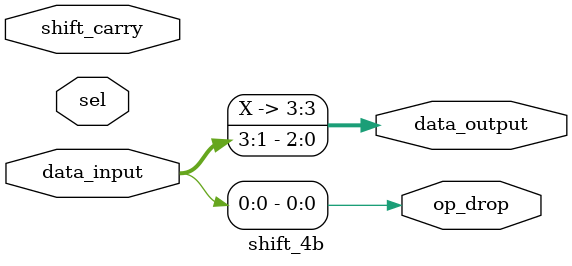
<source format=sv>
`timescale 1ns / 1ps

module shift_4b(
    input [3:0]data_input,
    input shift_carry,
    input sel,
    output reg op_drop,
    output reg [3:0] data_output
);
reg p;

always@(*)
begin
p <= sel ? shift_carry:(data_input[3]?1'b1:1'b0);
data_output <= {p, data_input[3:1]};
op_drop <= data_input[0];
end        
 endmodule
</source>
